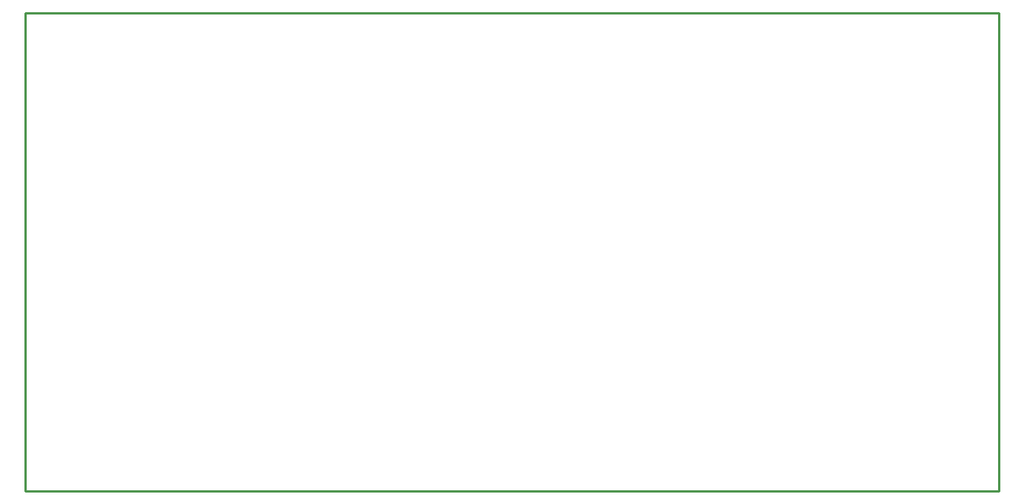
<source format=gm1>
G04*
G04 #@! TF.GenerationSoftware,Altium Limited,Altium Designer,19.1.6 (110)*
G04*
G04 Layer_Color=16711935*
%FSLAX44Y44*%
%MOMM*%
G71*
G01*
G75*
%ADD14C,0.2540*%
D14*
X0Y-530250D02*
X1080000D01*
X1080000Y0D02*
X1080000Y-530250D01*
X0D02*
Y-527960D01*
X0Y0D02*
X1080000D01*
X0D02*
X0Y-527960D01*
M02*

</source>
